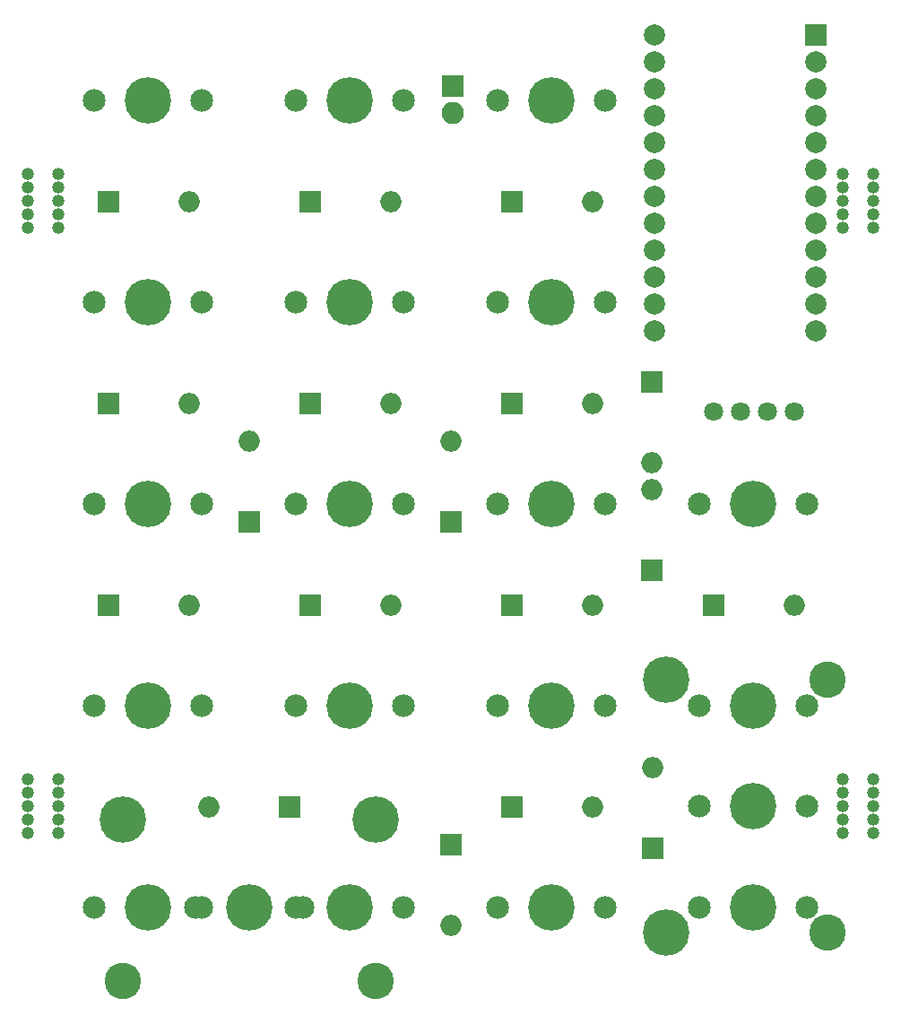
<source format=gts>
G04 #@! TF.GenerationSoftware,KiCad,Pcbnew,(5.1.4)-1*
G04 #@! TF.CreationDate,2021-07-20T11:20:00+01:00*
G04 #@! TF.ProjectId,AleeMacro,416c6565-4d61-4637-926f-2e6b69636164,rev?*
G04 #@! TF.SameCoordinates,Original*
G04 #@! TF.FileFunction,Soldermask,Top*
G04 #@! TF.FilePolarity,Negative*
%FSLAX46Y46*%
G04 Gerber Fmt 4.6, Leading zero omitted, Abs format (unit mm)*
G04 Created by KiCad (PCBNEW (5.1.4)-1) date 2021-07-20 11:20:00*
%MOMM*%
%LPD*%
G04 APERTURE LIST*
%ADD10C,1.797000*%
%ADD11C,4.387800*%
%ADD12C,2.150000*%
%ADD13C,2.000000*%
%ADD14R,2.000000X2.000000*%
%ADD15R,2.100000X2.100000*%
%ADD16O,2.100000X2.100000*%
%ADD17C,3.448000*%
%ADD18O,2.000000X2.000000*%
%ADD19C,1.187400*%
G04 APERTURE END LIST*
D10*
X173228000Y-82550000D03*
X175768000Y-82550000D03*
X178308000Y-82550000D03*
X180848000Y-82550000D03*
D11*
X157956250Y-72231250D03*
D12*
X152876250Y-72231250D03*
X163036250Y-72231250D03*
D13*
X167640000Y-46990000D03*
X167640000Y-49530000D03*
X167640000Y-52070000D03*
X167640000Y-54610000D03*
X167640000Y-57150000D03*
X167640000Y-59690000D03*
X167640000Y-62230000D03*
X167640000Y-64770000D03*
X167640000Y-67310000D03*
X167640000Y-69850000D03*
X167640000Y-72390000D03*
X167640000Y-74930000D03*
X182880000Y-74930000D03*
X182880000Y-72390000D03*
X182880000Y-69850000D03*
X182880000Y-67310000D03*
X182880000Y-64770000D03*
X182880000Y-62230000D03*
X182880000Y-59690000D03*
X182880000Y-57150000D03*
X182880000Y-54610000D03*
X182880000Y-52070000D03*
X182880000Y-49530000D03*
D14*
X182880000Y-46990000D03*
D15*
X148590000Y-51816000D03*
D16*
X148590000Y-54356000D03*
D12*
X143986250Y-110331250D03*
X133826250Y-110331250D03*
D11*
X138906250Y-110331250D03*
X119856250Y-72231250D03*
D12*
X114776250Y-72231250D03*
X124936250Y-72231250D03*
D11*
X157956250Y-53181250D03*
D12*
X152876250Y-53181250D03*
X163036250Y-53181250D03*
X182086250Y-110331250D03*
X171926250Y-110331250D03*
D11*
X177006250Y-110331250D03*
X168751250Y-107918250D03*
X168751250Y-131794250D03*
D17*
X183991250Y-107918250D03*
X183991250Y-131794250D03*
D12*
X182086250Y-119856250D03*
X171926250Y-119856250D03*
D11*
X177006250Y-119856250D03*
D12*
X143986250Y-72231250D03*
X133826250Y-72231250D03*
D11*
X138906250Y-72231250D03*
D12*
X124936250Y-91281250D03*
X114776250Y-91281250D03*
D11*
X119856250Y-91281250D03*
D12*
X143986250Y-91281250D03*
X133826250Y-91281250D03*
D11*
X138906250Y-91281250D03*
D18*
X123698000Y-62738000D03*
D14*
X116078000Y-62738000D03*
D18*
X142748000Y-62738000D03*
D14*
X135128000Y-62738000D03*
D18*
X161798000Y-62738000D03*
D14*
X154178000Y-62738000D03*
D18*
X123698000Y-81788000D03*
D14*
X116078000Y-81788000D03*
X135128000Y-81788000D03*
D18*
X142748000Y-81788000D03*
X161798000Y-81788000D03*
D14*
X154178000Y-81788000D03*
D18*
X129413000Y-85344000D03*
D14*
X129413000Y-92964000D03*
X148463000Y-92964000D03*
D18*
X148463000Y-85344000D03*
X167386000Y-89916000D03*
D14*
X167386000Y-97536000D03*
X167386000Y-79756000D03*
D18*
X167386000Y-87376000D03*
X123698000Y-100838000D03*
D14*
X116078000Y-100838000D03*
D18*
X142748000Y-100838000D03*
D14*
X135128000Y-100838000D03*
D18*
X161798000Y-100838000D03*
D14*
X154178000Y-100838000D03*
X173228000Y-100838000D03*
D18*
X180848000Y-100838000D03*
X125603000Y-119888000D03*
D14*
X133223000Y-119888000D03*
X148463000Y-123444000D03*
D18*
X148463000Y-131064000D03*
D14*
X154178000Y-119888000D03*
D18*
X161798000Y-119888000D03*
D14*
X167481250Y-123825000D03*
D18*
X167481250Y-116205000D03*
D11*
X119856250Y-53181250D03*
D12*
X114776250Y-53181250D03*
X124936250Y-53181250D03*
X143986250Y-53181250D03*
X133826250Y-53181250D03*
D11*
X138906250Y-53181250D03*
D12*
X163036250Y-91281250D03*
X152876250Y-91281250D03*
D11*
X157956250Y-91281250D03*
X177006250Y-91281250D03*
D12*
X171926250Y-91281250D03*
X182086250Y-91281250D03*
D11*
X119856250Y-110331250D03*
D12*
X114776250Y-110331250D03*
X124936250Y-110331250D03*
D11*
X157956250Y-110331250D03*
D12*
X152876250Y-110331250D03*
X163036250Y-110331250D03*
D11*
X119856250Y-129381250D03*
D12*
X114776250Y-129381250D03*
X124936250Y-129381250D03*
X143986250Y-129381250D03*
X133826250Y-129381250D03*
D11*
X138906250Y-129381250D03*
X157956250Y-129381250D03*
D12*
X152876250Y-129381250D03*
X163036250Y-129381250D03*
X182086250Y-129381250D03*
X171926250Y-129381250D03*
D11*
X177006250Y-129381250D03*
X129381250Y-129381250D03*
D12*
X124301250Y-129381250D03*
X134461250Y-129381250D03*
D17*
X117443250Y-136366250D03*
X141319250Y-136366250D03*
D11*
X117443250Y-121126250D03*
X141319250Y-121126250D03*
D19*
X185483500Y-65246250D03*
X185483500Y-63976250D03*
X185483500Y-60166250D03*
X185483500Y-61436250D03*
X185483500Y-62706250D03*
X188372750Y-62706250D03*
X188372750Y-63976250D03*
X188372750Y-65246250D03*
X188372750Y-61436250D03*
X188372750Y-60166250D03*
X185483500Y-122396250D03*
X185483500Y-121126250D03*
X185483500Y-117316250D03*
X185483500Y-118586250D03*
X185483500Y-119856250D03*
X188372750Y-119856250D03*
X188372750Y-121126250D03*
X188372750Y-122396250D03*
X188372750Y-118586250D03*
X188372750Y-117316250D03*
X108489750Y-65246250D03*
X108489750Y-63976250D03*
X108489750Y-60166250D03*
X108489750Y-61436250D03*
X108489750Y-62706250D03*
X111379000Y-62706250D03*
X111379000Y-63976250D03*
X111379000Y-65246250D03*
X111379000Y-61436250D03*
X111379000Y-60166250D03*
X108489750Y-122396250D03*
X108489750Y-121126250D03*
X108489750Y-117316250D03*
X108489750Y-118586250D03*
X108489750Y-119856250D03*
X111379000Y-119856250D03*
X111379000Y-121126250D03*
X111379000Y-122396250D03*
X111379000Y-118586250D03*
X111379000Y-117316250D03*
M02*

</source>
